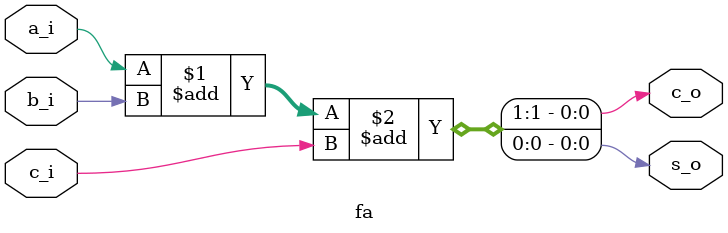
<source format=v>
`timescale 1ns / 1ps


module fa(
input a_i,
input b_i,
input c_i,
output s_o,
output c_o);


assign {c_o,s_o} = a_i + b_i + c_i;

endmodule
</source>
